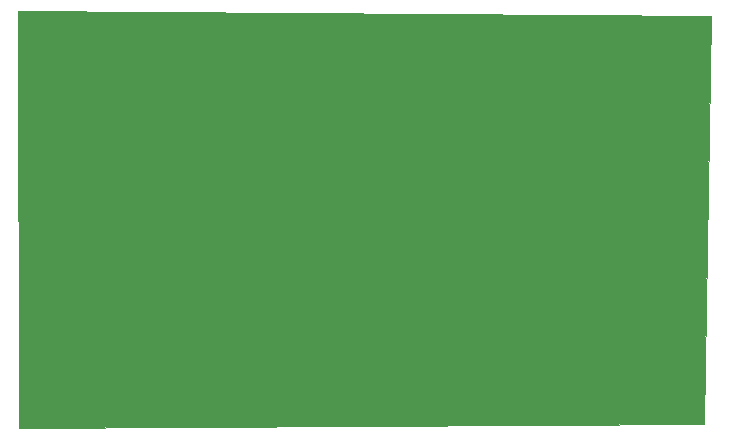
<source format=gts>
%TF.GenerationSoftware,KiCad,Pcbnew,(5.1.4-0-10_14)*%
%TF.CreationDate,2021-01-25T16:41:12+01:00*%
%TF.ProjectId,DAUGHTER_ALLin,44415547-4854-4455-925f-414c4c696e2e,rev?*%
%TF.SameCoordinates,Original*%
%TF.FileFunction,Soldermask,Top*%
%TF.FilePolarity,Negative*%
%FSLAX46Y46*%
G04 Gerber Fmt 4.6, Leading zero omitted, Abs format (unit mm)*
G04 Created by KiCad (PCBNEW (5.1.4-0-10_14)) date 2021-01-25 16:41:12*
%MOMM*%
%LPD*%
G04 APERTURE LIST*
%ADD10C,0.100000*%
%ADD11C,0.150000*%
G04 APERTURE END LIST*
D10*
G36*
X130098800Y-88353900D02*
G01*
X129501900Y-122897900D01*
X71526400Y-123266200D01*
X71399400Y-87985600D01*
X130098800Y-88353900D01*
G37*
X130098800Y-88353900D02*
X129501900Y-122897900D01*
X71526400Y-123266200D01*
X71399400Y-87985600D01*
X130098800Y-88353900D01*
D11*
G36*
X79777542Y-114936118D02*
G01*
X79843727Y-114942637D01*
X80013566Y-114994157D01*
X80170091Y-115077822D01*
X80205829Y-115107152D01*
X80307286Y-115190414D01*
X80390548Y-115291871D01*
X80419878Y-115327609D01*
X80503543Y-115484134D01*
X80555063Y-115653973D01*
X80572459Y-115830600D01*
X80555063Y-116007227D01*
X80503543Y-116177066D01*
X80419878Y-116333591D01*
X80390548Y-116369329D01*
X80307286Y-116470786D01*
X80233207Y-116531580D01*
X80170091Y-116583378D01*
X80013566Y-116667043D01*
X79843727Y-116718563D01*
X79777542Y-116725082D01*
X79711360Y-116731600D01*
X79622840Y-116731600D01*
X79556658Y-116725082D01*
X79490473Y-116718563D01*
X79320634Y-116667043D01*
X79164109Y-116583378D01*
X79100993Y-116531580D01*
X79026914Y-116470786D01*
X78943652Y-116369329D01*
X78914322Y-116333591D01*
X78830657Y-116177066D01*
X78779137Y-116007227D01*
X78761741Y-115830600D01*
X78779137Y-115653973D01*
X78830657Y-115484134D01*
X78914322Y-115327609D01*
X78943652Y-115291871D01*
X79026914Y-115190414D01*
X79128371Y-115107152D01*
X79164109Y-115077822D01*
X79320634Y-114994157D01*
X79490473Y-114942637D01*
X79556658Y-114936118D01*
X79622840Y-114929600D01*
X79711360Y-114929600D01*
X79777542Y-114936118D01*
X79777542Y-114936118D01*
G37*
G36*
X77237542Y-114936118D02*
G01*
X77303727Y-114942637D01*
X77473566Y-114994157D01*
X77630091Y-115077822D01*
X77665829Y-115107152D01*
X77767286Y-115190414D01*
X77850548Y-115291871D01*
X77879878Y-115327609D01*
X77963543Y-115484134D01*
X78015063Y-115653973D01*
X78032459Y-115830600D01*
X78015063Y-116007227D01*
X77963543Y-116177066D01*
X77879878Y-116333591D01*
X77850548Y-116369329D01*
X77767286Y-116470786D01*
X77693207Y-116531580D01*
X77630091Y-116583378D01*
X77473566Y-116667043D01*
X77303727Y-116718563D01*
X77237542Y-116725082D01*
X77171360Y-116731600D01*
X77082840Y-116731600D01*
X77016658Y-116725082D01*
X76950473Y-116718563D01*
X76780634Y-116667043D01*
X76624109Y-116583378D01*
X76560993Y-116531580D01*
X76486914Y-116470786D01*
X76403652Y-116369329D01*
X76374322Y-116333591D01*
X76290657Y-116177066D01*
X76239137Y-116007227D01*
X76221741Y-115830600D01*
X76239137Y-115653973D01*
X76290657Y-115484134D01*
X76374322Y-115327609D01*
X76403652Y-115291871D01*
X76486914Y-115190414D01*
X76588371Y-115107152D01*
X76624109Y-115077822D01*
X76780634Y-114994157D01*
X76950473Y-114942637D01*
X77016658Y-114936118D01*
X77082840Y-114929600D01*
X77171360Y-114929600D01*
X77237542Y-114936118D01*
X77237542Y-114936118D01*
G37*
G36*
X95688420Y-113861803D02*
G01*
X95722585Y-113872167D01*
X95754064Y-113888993D01*
X95781660Y-113911640D01*
X95804307Y-113939236D01*
X95821133Y-113970715D01*
X95831497Y-114004880D01*
X95835600Y-114046542D01*
X95835600Y-116420858D01*
X95831497Y-116462520D01*
X95821133Y-116496685D01*
X95804307Y-116528164D01*
X95781660Y-116555760D01*
X95754064Y-116578407D01*
X95722585Y-116595233D01*
X95688420Y-116605597D01*
X95646758Y-116609700D01*
X94397442Y-116609700D01*
X94355780Y-116605597D01*
X94321615Y-116595233D01*
X94290136Y-116578407D01*
X94262540Y-116555760D01*
X94239893Y-116528164D01*
X94223067Y-116496685D01*
X94212703Y-116462520D01*
X94208600Y-116420858D01*
X94208600Y-114046542D01*
X94212703Y-114004880D01*
X94223067Y-113970715D01*
X94239893Y-113939236D01*
X94262540Y-113911640D01*
X94290136Y-113888993D01*
X94321615Y-113872167D01*
X94355780Y-113861803D01*
X94397442Y-113857700D01*
X95646758Y-113857700D01*
X95688420Y-113861803D01*
X95688420Y-113861803D01*
G37*
G36*
X91013420Y-113861803D02*
G01*
X91047585Y-113872167D01*
X91079064Y-113888993D01*
X91106660Y-113911640D01*
X91129307Y-113939236D01*
X91146133Y-113970715D01*
X91156497Y-114004880D01*
X91160600Y-114046542D01*
X91160600Y-116420858D01*
X91156497Y-116462520D01*
X91146133Y-116496685D01*
X91129307Y-116528164D01*
X91106660Y-116555760D01*
X91079064Y-116578407D01*
X91047585Y-116595233D01*
X91013420Y-116605597D01*
X90971758Y-116609700D01*
X89722442Y-116609700D01*
X89680780Y-116605597D01*
X89646615Y-116595233D01*
X89615136Y-116578407D01*
X89587540Y-116555760D01*
X89564893Y-116528164D01*
X89548067Y-116496685D01*
X89537703Y-116462520D01*
X89533600Y-116420858D01*
X89533600Y-114046542D01*
X89537703Y-114004880D01*
X89548067Y-113970715D01*
X89564893Y-113939236D01*
X89587540Y-113911640D01*
X89615136Y-113888993D01*
X89646615Y-113872167D01*
X89680780Y-113861803D01*
X89722442Y-113857700D01*
X90971758Y-113857700D01*
X91013420Y-113861803D01*
X91013420Y-113861803D01*
G37*
G36*
X79758409Y-112394234D02*
G01*
X79843727Y-112402637D01*
X80013566Y-112454157D01*
X80170091Y-112537822D01*
X80205829Y-112567152D01*
X80307286Y-112650414D01*
X80390548Y-112751871D01*
X80419878Y-112787609D01*
X80503543Y-112944134D01*
X80555063Y-113113973D01*
X80572459Y-113290600D01*
X80555063Y-113467227D01*
X80503543Y-113637066D01*
X80419878Y-113793591D01*
X80390548Y-113829329D01*
X80307286Y-113930786D01*
X80217001Y-114004880D01*
X80170091Y-114043378D01*
X80013566Y-114127043D01*
X79843727Y-114178563D01*
X79777542Y-114185082D01*
X79711360Y-114191600D01*
X79622840Y-114191600D01*
X79556658Y-114185082D01*
X79490473Y-114178563D01*
X79320634Y-114127043D01*
X79164109Y-114043378D01*
X79117199Y-114004880D01*
X79026914Y-113930786D01*
X78943652Y-113829329D01*
X78914322Y-113793591D01*
X78830657Y-113637066D01*
X78779137Y-113467227D01*
X78761741Y-113290600D01*
X78779137Y-113113973D01*
X78830657Y-112944134D01*
X78914322Y-112787609D01*
X78943652Y-112751871D01*
X79026914Y-112650414D01*
X79128371Y-112567152D01*
X79164109Y-112537822D01*
X79320634Y-112454157D01*
X79490473Y-112402637D01*
X79575791Y-112394234D01*
X79622840Y-112389600D01*
X79711360Y-112389600D01*
X79758409Y-112394234D01*
X79758409Y-112394234D01*
G37*
G36*
X77218409Y-112394234D02*
G01*
X77303727Y-112402637D01*
X77473566Y-112454157D01*
X77630091Y-112537822D01*
X77665829Y-112567152D01*
X77767286Y-112650414D01*
X77850548Y-112751871D01*
X77879878Y-112787609D01*
X77963543Y-112944134D01*
X78015063Y-113113973D01*
X78032459Y-113290600D01*
X78015063Y-113467227D01*
X77963543Y-113637066D01*
X77879878Y-113793591D01*
X77850548Y-113829329D01*
X77767286Y-113930786D01*
X77677001Y-114004880D01*
X77630091Y-114043378D01*
X77473566Y-114127043D01*
X77303727Y-114178563D01*
X77237542Y-114185082D01*
X77171360Y-114191600D01*
X77082840Y-114191600D01*
X77016658Y-114185082D01*
X76950473Y-114178563D01*
X76780634Y-114127043D01*
X76624109Y-114043378D01*
X76577199Y-114004880D01*
X76486914Y-113930786D01*
X76403652Y-113829329D01*
X76374322Y-113793591D01*
X76290657Y-113637066D01*
X76239137Y-113467227D01*
X76221741Y-113290600D01*
X76239137Y-113113973D01*
X76290657Y-112944134D01*
X76374322Y-112787609D01*
X76403652Y-112751871D01*
X76486914Y-112650414D01*
X76588371Y-112567152D01*
X76624109Y-112537822D01*
X76780634Y-112454157D01*
X76950473Y-112402637D01*
X77035791Y-112394234D01*
X77082840Y-112389600D01*
X77171360Y-112389600D01*
X77218409Y-112394234D01*
X77218409Y-112394234D01*
G37*
G36*
X95954974Y-110931165D02*
G01*
X95992667Y-110942599D01*
X96027403Y-110961166D01*
X96057848Y-110986152D01*
X96082834Y-111016597D01*
X96101401Y-111051333D01*
X96112835Y-111089026D01*
X96117300Y-111134361D01*
X96117300Y-112221039D01*
X96112835Y-112266374D01*
X96101401Y-112304067D01*
X96082834Y-112338803D01*
X96057848Y-112369248D01*
X96027403Y-112394234D01*
X95992667Y-112412801D01*
X95954974Y-112424235D01*
X95909639Y-112428700D01*
X95072961Y-112428700D01*
X95027626Y-112424235D01*
X94989933Y-112412801D01*
X94955197Y-112394234D01*
X94924752Y-112369248D01*
X94899766Y-112338803D01*
X94881199Y-112304067D01*
X94869765Y-112266374D01*
X94865300Y-112221039D01*
X94865300Y-111134361D01*
X94869765Y-111089026D01*
X94881199Y-111051333D01*
X94899766Y-111016597D01*
X94924752Y-110986152D01*
X94955197Y-110961166D01*
X94989933Y-110942599D01*
X95027626Y-110931165D01*
X95072961Y-110926700D01*
X95909639Y-110926700D01*
X95954974Y-110931165D01*
X95954974Y-110931165D01*
G37*
G36*
X93904974Y-110931165D02*
G01*
X93942667Y-110942599D01*
X93977403Y-110961166D01*
X94007848Y-110986152D01*
X94032834Y-111016597D01*
X94051401Y-111051333D01*
X94062835Y-111089026D01*
X94067300Y-111134361D01*
X94067300Y-112221039D01*
X94062835Y-112266374D01*
X94051401Y-112304067D01*
X94032834Y-112338803D01*
X94007848Y-112369248D01*
X93977403Y-112394234D01*
X93942667Y-112412801D01*
X93904974Y-112424235D01*
X93859639Y-112428700D01*
X93022961Y-112428700D01*
X92977626Y-112424235D01*
X92939933Y-112412801D01*
X92905197Y-112394234D01*
X92874752Y-112369248D01*
X92849766Y-112338803D01*
X92831199Y-112304067D01*
X92819765Y-112266374D01*
X92815300Y-112221039D01*
X92815300Y-111134361D01*
X92819765Y-111089026D01*
X92831199Y-111051333D01*
X92849766Y-111016597D01*
X92874752Y-110986152D01*
X92905197Y-110961166D01*
X92939933Y-110942599D01*
X92977626Y-110931165D01*
X93022961Y-110926700D01*
X93859639Y-110926700D01*
X93904974Y-110931165D01*
X93904974Y-110931165D01*
G37*
G36*
X79777543Y-109856119D02*
G01*
X79843727Y-109862637D01*
X80013566Y-109914157D01*
X80170091Y-109997822D01*
X80205829Y-110027152D01*
X80307286Y-110110414D01*
X80390548Y-110211871D01*
X80419878Y-110247609D01*
X80503543Y-110404134D01*
X80555063Y-110573973D01*
X80572459Y-110750600D01*
X80555063Y-110927227D01*
X80503543Y-111097066D01*
X80419878Y-111253591D01*
X80390548Y-111289329D01*
X80307286Y-111390786D01*
X80205829Y-111474048D01*
X80170091Y-111503378D01*
X80013566Y-111587043D01*
X79843727Y-111638563D01*
X79777542Y-111645082D01*
X79711360Y-111651600D01*
X79622840Y-111651600D01*
X79556658Y-111645082D01*
X79490473Y-111638563D01*
X79320634Y-111587043D01*
X79164109Y-111503378D01*
X79128371Y-111474048D01*
X79026914Y-111390786D01*
X78943652Y-111289329D01*
X78914322Y-111253591D01*
X78830657Y-111097066D01*
X78779137Y-110927227D01*
X78761741Y-110750600D01*
X78779137Y-110573973D01*
X78830657Y-110404134D01*
X78914322Y-110247609D01*
X78943652Y-110211871D01*
X79026914Y-110110414D01*
X79128371Y-110027152D01*
X79164109Y-109997822D01*
X79320634Y-109914157D01*
X79490473Y-109862637D01*
X79556657Y-109856119D01*
X79622840Y-109849600D01*
X79711360Y-109849600D01*
X79777543Y-109856119D01*
X79777543Y-109856119D01*
G37*
G36*
X77237543Y-109856119D02*
G01*
X77303727Y-109862637D01*
X77473566Y-109914157D01*
X77630091Y-109997822D01*
X77665829Y-110027152D01*
X77767286Y-110110414D01*
X77850548Y-110211871D01*
X77879878Y-110247609D01*
X77963543Y-110404134D01*
X78015063Y-110573973D01*
X78032459Y-110750600D01*
X78015063Y-110927227D01*
X77963543Y-111097066D01*
X77879878Y-111253591D01*
X77850548Y-111289329D01*
X77767286Y-111390786D01*
X77665829Y-111474048D01*
X77630091Y-111503378D01*
X77473566Y-111587043D01*
X77303727Y-111638563D01*
X77237542Y-111645082D01*
X77171360Y-111651600D01*
X77082840Y-111651600D01*
X77016658Y-111645082D01*
X76950473Y-111638563D01*
X76780634Y-111587043D01*
X76624109Y-111503378D01*
X76588371Y-111474048D01*
X76486914Y-111390786D01*
X76403652Y-111289329D01*
X76374322Y-111253591D01*
X76290657Y-111097066D01*
X76239137Y-110927227D01*
X76221741Y-110750600D01*
X76239137Y-110573973D01*
X76290657Y-110404134D01*
X76374322Y-110247609D01*
X76403652Y-110211871D01*
X76486914Y-110110414D01*
X76588371Y-110027152D01*
X76624109Y-109997822D01*
X76780634Y-109914157D01*
X76950473Y-109862637D01*
X77016657Y-109856119D01*
X77082840Y-109849600D01*
X77171360Y-109849600D01*
X77237543Y-109856119D01*
X77237543Y-109856119D01*
G37*
G36*
X79777543Y-107316119D02*
G01*
X79843727Y-107322637D01*
X80013566Y-107374157D01*
X80013568Y-107374158D01*
X80091829Y-107415990D01*
X80170091Y-107457822D01*
X80203145Y-107484949D01*
X80307286Y-107570414D01*
X80368065Y-107644475D01*
X80419878Y-107707609D01*
X80503543Y-107864134D01*
X80555063Y-108033973D01*
X80572459Y-108210600D01*
X80555063Y-108387227D01*
X80503543Y-108557066D01*
X80419878Y-108713591D01*
X80390548Y-108749329D01*
X80307286Y-108850786D01*
X80205829Y-108934048D01*
X80170091Y-108963378D01*
X80013566Y-109047043D01*
X79843727Y-109098563D01*
X79777543Y-109105081D01*
X79711360Y-109111600D01*
X79622840Y-109111600D01*
X79556657Y-109105081D01*
X79490473Y-109098563D01*
X79320634Y-109047043D01*
X79164109Y-108963378D01*
X79128371Y-108934048D01*
X79026914Y-108850786D01*
X78943652Y-108749329D01*
X78914322Y-108713591D01*
X78830657Y-108557066D01*
X78779137Y-108387227D01*
X78761741Y-108210600D01*
X78779137Y-108033973D01*
X78830657Y-107864134D01*
X78914322Y-107707609D01*
X78966135Y-107644475D01*
X79026914Y-107570414D01*
X79131055Y-107484949D01*
X79164109Y-107457822D01*
X79242372Y-107415989D01*
X79320632Y-107374158D01*
X79320634Y-107374157D01*
X79490473Y-107322637D01*
X79556657Y-107316119D01*
X79622840Y-107309600D01*
X79711360Y-107309600D01*
X79777543Y-107316119D01*
X79777543Y-107316119D01*
G37*
G36*
X77237543Y-107316119D02*
G01*
X77303727Y-107322637D01*
X77473566Y-107374157D01*
X77473568Y-107374158D01*
X77551829Y-107415990D01*
X77630091Y-107457822D01*
X77663145Y-107484949D01*
X77767286Y-107570414D01*
X77828065Y-107644475D01*
X77879878Y-107707609D01*
X77963543Y-107864134D01*
X78015063Y-108033973D01*
X78032459Y-108210600D01*
X78015063Y-108387227D01*
X77963543Y-108557066D01*
X77879878Y-108713591D01*
X77850548Y-108749329D01*
X77767286Y-108850786D01*
X77665829Y-108934048D01*
X77630091Y-108963378D01*
X77473566Y-109047043D01*
X77303727Y-109098563D01*
X77237543Y-109105081D01*
X77171360Y-109111600D01*
X77082840Y-109111600D01*
X77016657Y-109105081D01*
X76950473Y-109098563D01*
X76780634Y-109047043D01*
X76624109Y-108963378D01*
X76588371Y-108934048D01*
X76486914Y-108850786D01*
X76403652Y-108749329D01*
X76374322Y-108713591D01*
X76290657Y-108557066D01*
X76239137Y-108387227D01*
X76221741Y-108210600D01*
X76239137Y-108033973D01*
X76290657Y-107864134D01*
X76374322Y-107707609D01*
X76426135Y-107644475D01*
X76486914Y-107570414D01*
X76591055Y-107484949D01*
X76624109Y-107457822D01*
X76702372Y-107415989D01*
X76780632Y-107374158D01*
X76780634Y-107374157D01*
X76950473Y-107322637D01*
X77016657Y-107316119D01*
X77082840Y-107309600D01*
X77171360Y-107309600D01*
X77237543Y-107316119D01*
X77237543Y-107316119D01*
G37*
G36*
X109861620Y-104901703D02*
G01*
X109895785Y-104912067D01*
X109927264Y-104928893D01*
X109954860Y-104951540D01*
X109977507Y-104979136D01*
X109994333Y-105010615D01*
X110004697Y-105044780D01*
X110008800Y-105086442D01*
X110008800Y-107460758D01*
X110004697Y-107502420D01*
X109994333Y-107536585D01*
X109977507Y-107568064D01*
X109954860Y-107595660D01*
X109927264Y-107618307D01*
X109895785Y-107635133D01*
X109861620Y-107645497D01*
X109819958Y-107649600D01*
X108570642Y-107649600D01*
X108528980Y-107645497D01*
X108494815Y-107635133D01*
X108463336Y-107618307D01*
X108435740Y-107595660D01*
X108413093Y-107568064D01*
X108396267Y-107536585D01*
X108385903Y-107502420D01*
X108381800Y-107460758D01*
X108381800Y-105086442D01*
X108385903Y-105044780D01*
X108396267Y-105010615D01*
X108413093Y-104979136D01*
X108435740Y-104951540D01*
X108463336Y-104928893D01*
X108494815Y-104912067D01*
X108528980Y-104901703D01*
X108570642Y-104897600D01*
X109819958Y-104897600D01*
X109861620Y-104901703D01*
X109861620Y-104901703D01*
G37*
G36*
X105186620Y-104901703D02*
G01*
X105220785Y-104912067D01*
X105252264Y-104928893D01*
X105279860Y-104951540D01*
X105302507Y-104979136D01*
X105319333Y-105010615D01*
X105329697Y-105044780D01*
X105333800Y-105086442D01*
X105333800Y-107460758D01*
X105329697Y-107502420D01*
X105319333Y-107536585D01*
X105302507Y-107568064D01*
X105279860Y-107595660D01*
X105252264Y-107618307D01*
X105220785Y-107635133D01*
X105186620Y-107645497D01*
X105144958Y-107649600D01*
X103895642Y-107649600D01*
X103853980Y-107645497D01*
X103819815Y-107635133D01*
X103788336Y-107618307D01*
X103760740Y-107595660D01*
X103738093Y-107568064D01*
X103721267Y-107536585D01*
X103710903Y-107502420D01*
X103706800Y-107460758D01*
X103706800Y-105086442D01*
X103710903Y-105044780D01*
X103721267Y-105010615D01*
X103738093Y-104979136D01*
X103760740Y-104951540D01*
X103788336Y-104928893D01*
X103819815Y-104912067D01*
X103853980Y-104901703D01*
X103895642Y-104897600D01*
X105144958Y-104897600D01*
X105186620Y-104901703D01*
X105186620Y-104901703D01*
G37*
G36*
X116108620Y-104482603D02*
G01*
X116142785Y-104492967D01*
X116174264Y-104509793D01*
X116201860Y-104532440D01*
X116224507Y-104560036D01*
X116241333Y-104591515D01*
X116251697Y-104625680D01*
X116255800Y-104667342D01*
X116255800Y-107041658D01*
X116251697Y-107083320D01*
X116241333Y-107117485D01*
X116224507Y-107148964D01*
X116201860Y-107176560D01*
X116174264Y-107199207D01*
X116142785Y-107216033D01*
X116108620Y-107226397D01*
X116066958Y-107230500D01*
X114817642Y-107230500D01*
X114775980Y-107226397D01*
X114741815Y-107216033D01*
X114710336Y-107199207D01*
X114682740Y-107176560D01*
X114660093Y-107148964D01*
X114643267Y-107117485D01*
X114632903Y-107083320D01*
X114628800Y-107041658D01*
X114628800Y-104667342D01*
X114632903Y-104625680D01*
X114643267Y-104591515D01*
X114660093Y-104560036D01*
X114682740Y-104532440D01*
X114710336Y-104509793D01*
X114741815Y-104492967D01*
X114775980Y-104482603D01*
X114817642Y-104478500D01*
X116066958Y-104478500D01*
X116108620Y-104482603D01*
X116108620Y-104482603D01*
G37*
G36*
X120783620Y-104482603D02*
G01*
X120817785Y-104492967D01*
X120849264Y-104509793D01*
X120876860Y-104532440D01*
X120899507Y-104560036D01*
X120916333Y-104591515D01*
X120926697Y-104625680D01*
X120930800Y-104667342D01*
X120930800Y-107041658D01*
X120926697Y-107083320D01*
X120916333Y-107117485D01*
X120899507Y-107148964D01*
X120876860Y-107176560D01*
X120849264Y-107199207D01*
X120817785Y-107216033D01*
X120783620Y-107226397D01*
X120741958Y-107230500D01*
X119492642Y-107230500D01*
X119450980Y-107226397D01*
X119416815Y-107216033D01*
X119385336Y-107199207D01*
X119357740Y-107176560D01*
X119335093Y-107148964D01*
X119318267Y-107117485D01*
X119307903Y-107083320D01*
X119303800Y-107041658D01*
X119303800Y-104667342D01*
X119307903Y-104625680D01*
X119318267Y-104591515D01*
X119335093Y-104560036D01*
X119357740Y-104532440D01*
X119385336Y-104509793D01*
X119416815Y-104492967D01*
X119450980Y-104482603D01*
X119492642Y-104478500D01*
X120741958Y-104478500D01*
X120783620Y-104482603D01*
X120783620Y-104482603D01*
G37*
G36*
X79777543Y-104776119D02*
G01*
X79843727Y-104782637D01*
X80013566Y-104834157D01*
X80170091Y-104917822D01*
X80200222Y-104942550D01*
X80307286Y-105030414D01*
X80390548Y-105131871D01*
X80419878Y-105167609D01*
X80503543Y-105324134D01*
X80555063Y-105493973D01*
X80572459Y-105670600D01*
X80555063Y-105847227D01*
X80503543Y-106017066D01*
X80419878Y-106173591D01*
X80390548Y-106209329D01*
X80307286Y-106310786D01*
X80205829Y-106394048D01*
X80170091Y-106423378D01*
X80013566Y-106507043D01*
X79843727Y-106558563D01*
X79777543Y-106565081D01*
X79711360Y-106571600D01*
X79622840Y-106571600D01*
X79556657Y-106565081D01*
X79490473Y-106558563D01*
X79320634Y-106507043D01*
X79164109Y-106423378D01*
X79128371Y-106394048D01*
X79026914Y-106310786D01*
X78943652Y-106209329D01*
X78914322Y-106173591D01*
X78830657Y-106017066D01*
X78779137Y-105847227D01*
X78761741Y-105670600D01*
X78779137Y-105493973D01*
X78830657Y-105324134D01*
X78914322Y-105167609D01*
X78943652Y-105131871D01*
X79026914Y-105030414D01*
X79133978Y-104942550D01*
X79164109Y-104917822D01*
X79320634Y-104834157D01*
X79490473Y-104782637D01*
X79556657Y-104776119D01*
X79622840Y-104769600D01*
X79711360Y-104769600D01*
X79777543Y-104776119D01*
X79777543Y-104776119D01*
G37*
G36*
X77237543Y-104776119D02*
G01*
X77303727Y-104782637D01*
X77473566Y-104834157D01*
X77630091Y-104917822D01*
X77660222Y-104942550D01*
X77767286Y-105030414D01*
X77850548Y-105131871D01*
X77879878Y-105167609D01*
X77963543Y-105324134D01*
X78015063Y-105493973D01*
X78032459Y-105670600D01*
X78015063Y-105847227D01*
X77963543Y-106017066D01*
X77879878Y-106173591D01*
X77850548Y-106209329D01*
X77767286Y-106310786D01*
X77665829Y-106394048D01*
X77630091Y-106423378D01*
X77473566Y-106507043D01*
X77303727Y-106558563D01*
X77237543Y-106565081D01*
X77171360Y-106571600D01*
X77082840Y-106571600D01*
X77016657Y-106565081D01*
X76950473Y-106558563D01*
X76780634Y-106507043D01*
X76624109Y-106423378D01*
X76588371Y-106394048D01*
X76486914Y-106310786D01*
X76403652Y-106209329D01*
X76374322Y-106173591D01*
X76290657Y-106017066D01*
X76239137Y-105847227D01*
X76221741Y-105670600D01*
X76239137Y-105493973D01*
X76290657Y-105324134D01*
X76374322Y-105167609D01*
X76403652Y-105131871D01*
X76486914Y-105030414D01*
X76593978Y-104942550D01*
X76624109Y-104917822D01*
X76780634Y-104834157D01*
X76950473Y-104782637D01*
X77016657Y-104776119D01*
X77082840Y-104769600D01*
X77171360Y-104769600D01*
X77237543Y-104776119D01*
X77237543Y-104776119D01*
G37*
G36*
X79777542Y-102236118D02*
G01*
X79843727Y-102242637D01*
X80013566Y-102294157D01*
X80170091Y-102377822D01*
X80205829Y-102407152D01*
X80307286Y-102490414D01*
X80390548Y-102591871D01*
X80419878Y-102627609D01*
X80503543Y-102784134D01*
X80555063Y-102953973D01*
X80572459Y-103130600D01*
X80555063Y-103307227D01*
X80503543Y-103477066D01*
X80419878Y-103633591D01*
X80390548Y-103669329D01*
X80307286Y-103770786D01*
X80205829Y-103854048D01*
X80170091Y-103883378D01*
X80013566Y-103967043D01*
X79843727Y-104018563D01*
X79777543Y-104025081D01*
X79711360Y-104031600D01*
X79622840Y-104031600D01*
X79556658Y-104025082D01*
X79490473Y-104018563D01*
X79320634Y-103967043D01*
X79164109Y-103883378D01*
X79128371Y-103854048D01*
X79026914Y-103770786D01*
X78943652Y-103669329D01*
X78914322Y-103633591D01*
X78830657Y-103477066D01*
X78779137Y-103307227D01*
X78761741Y-103130600D01*
X78779137Y-102953973D01*
X78830657Y-102784134D01*
X78914322Y-102627609D01*
X78943652Y-102591871D01*
X79026914Y-102490414D01*
X79128371Y-102407152D01*
X79164109Y-102377822D01*
X79320634Y-102294157D01*
X79490473Y-102242637D01*
X79556657Y-102236119D01*
X79622840Y-102229600D01*
X79711360Y-102229600D01*
X79777542Y-102236118D01*
X79777542Y-102236118D01*
G37*
G36*
X77237542Y-102236118D02*
G01*
X77303727Y-102242637D01*
X77473566Y-102294157D01*
X77630091Y-102377822D01*
X77665829Y-102407152D01*
X77767286Y-102490414D01*
X77850548Y-102591871D01*
X77879878Y-102627609D01*
X77963543Y-102784134D01*
X78015063Y-102953973D01*
X78032459Y-103130600D01*
X78015063Y-103307227D01*
X77963543Y-103477066D01*
X77879878Y-103633591D01*
X77850548Y-103669329D01*
X77767286Y-103770786D01*
X77665829Y-103854048D01*
X77630091Y-103883378D01*
X77473566Y-103967043D01*
X77303727Y-104018563D01*
X77237543Y-104025081D01*
X77171360Y-104031600D01*
X77082840Y-104031600D01*
X77016658Y-104025082D01*
X76950473Y-104018563D01*
X76780634Y-103967043D01*
X76624109Y-103883378D01*
X76588371Y-103854048D01*
X76486914Y-103770786D01*
X76403652Y-103669329D01*
X76374322Y-103633591D01*
X76290657Y-103477066D01*
X76239137Y-103307227D01*
X76221741Y-103130600D01*
X76239137Y-102953973D01*
X76290657Y-102784134D01*
X76374322Y-102627609D01*
X76403652Y-102591871D01*
X76486914Y-102490414D01*
X76588371Y-102407152D01*
X76624109Y-102377822D01*
X76780634Y-102294157D01*
X76950473Y-102242637D01*
X77016657Y-102236119D01*
X77082840Y-102229600D01*
X77171360Y-102229600D01*
X77237542Y-102236118D01*
X77237542Y-102236118D01*
G37*
G36*
X79777543Y-99696119D02*
G01*
X79843727Y-99702637D01*
X80013566Y-99754157D01*
X80170091Y-99837822D01*
X80205829Y-99867152D01*
X80307286Y-99950414D01*
X80390548Y-100051871D01*
X80419878Y-100087609D01*
X80503543Y-100244134D01*
X80555063Y-100413973D01*
X80572459Y-100590600D01*
X80555063Y-100767227D01*
X80503543Y-100937066D01*
X80419878Y-101093591D01*
X80390548Y-101129329D01*
X80307286Y-101230786D01*
X80205829Y-101314048D01*
X80170091Y-101343378D01*
X80013566Y-101427043D01*
X79843727Y-101478563D01*
X79777543Y-101485081D01*
X79711360Y-101491600D01*
X79622840Y-101491600D01*
X79556657Y-101485081D01*
X79490473Y-101478563D01*
X79320634Y-101427043D01*
X79164109Y-101343378D01*
X79128371Y-101314048D01*
X79026914Y-101230786D01*
X78943652Y-101129329D01*
X78914322Y-101093591D01*
X78830657Y-100937066D01*
X78779137Y-100767227D01*
X78761741Y-100590600D01*
X78779137Y-100413973D01*
X78830657Y-100244134D01*
X78914322Y-100087609D01*
X78943652Y-100051871D01*
X79026914Y-99950414D01*
X79128371Y-99867152D01*
X79164109Y-99837822D01*
X79320634Y-99754157D01*
X79490473Y-99702637D01*
X79556658Y-99696118D01*
X79622840Y-99689600D01*
X79711360Y-99689600D01*
X79777543Y-99696119D01*
X79777543Y-99696119D01*
G37*
G36*
X77237543Y-99696119D02*
G01*
X77303727Y-99702637D01*
X77473566Y-99754157D01*
X77630091Y-99837822D01*
X77665829Y-99867152D01*
X77767286Y-99950414D01*
X77850548Y-100051871D01*
X77879878Y-100087609D01*
X77963543Y-100244134D01*
X78015063Y-100413973D01*
X78032459Y-100590600D01*
X78015063Y-100767227D01*
X77963543Y-100937066D01*
X77879878Y-101093591D01*
X77850548Y-101129329D01*
X77767286Y-101230786D01*
X77665829Y-101314048D01*
X77630091Y-101343378D01*
X77473566Y-101427043D01*
X77303727Y-101478563D01*
X77237543Y-101485081D01*
X77171360Y-101491600D01*
X77082840Y-101491600D01*
X77016657Y-101485081D01*
X76950473Y-101478563D01*
X76780634Y-101427043D01*
X76624109Y-101343378D01*
X76588371Y-101314048D01*
X76486914Y-101230786D01*
X76403652Y-101129329D01*
X76374322Y-101093591D01*
X76290657Y-100937066D01*
X76239137Y-100767227D01*
X76221741Y-100590600D01*
X76239137Y-100413973D01*
X76290657Y-100244134D01*
X76374322Y-100087609D01*
X76403652Y-100051871D01*
X76486914Y-99950414D01*
X76588371Y-99867152D01*
X76624109Y-99837822D01*
X76780634Y-99754157D01*
X76950473Y-99702637D01*
X77016658Y-99696118D01*
X77082840Y-99689600D01*
X77171360Y-99689600D01*
X77237543Y-99696119D01*
X77237543Y-99696119D01*
G37*
G36*
X77237543Y-97156119D02*
G01*
X77303727Y-97162637D01*
X77473566Y-97214157D01*
X77630091Y-97297822D01*
X77665829Y-97327152D01*
X77767286Y-97410414D01*
X77850548Y-97511871D01*
X77879878Y-97547609D01*
X77963543Y-97704134D01*
X78015063Y-97873973D01*
X78032459Y-98050600D01*
X78015063Y-98227227D01*
X77963543Y-98397066D01*
X77879878Y-98553591D01*
X77850548Y-98589329D01*
X77767286Y-98690786D01*
X77665829Y-98774048D01*
X77630091Y-98803378D01*
X77473566Y-98887043D01*
X77303727Y-98938563D01*
X77237543Y-98945081D01*
X77171360Y-98951600D01*
X77082840Y-98951600D01*
X77016658Y-98945082D01*
X76950473Y-98938563D01*
X76780634Y-98887043D01*
X76624109Y-98803378D01*
X76588371Y-98774048D01*
X76486914Y-98690786D01*
X76403652Y-98589329D01*
X76374322Y-98553591D01*
X76290657Y-98397066D01*
X76239137Y-98227227D01*
X76221741Y-98050600D01*
X76239137Y-97873973D01*
X76290657Y-97704134D01*
X76374322Y-97547609D01*
X76403652Y-97511871D01*
X76486914Y-97410414D01*
X76588371Y-97327152D01*
X76624109Y-97297822D01*
X76780634Y-97214157D01*
X76950473Y-97162637D01*
X77016657Y-97156119D01*
X77082840Y-97149600D01*
X77171360Y-97149600D01*
X77237543Y-97156119D01*
X77237543Y-97156119D01*
G37*
G36*
X80568100Y-98951600D02*
G01*
X78766100Y-98951600D01*
X78766100Y-97149600D01*
X80568100Y-97149600D01*
X80568100Y-98951600D01*
X80568100Y-98951600D01*
G37*
M02*

</source>
